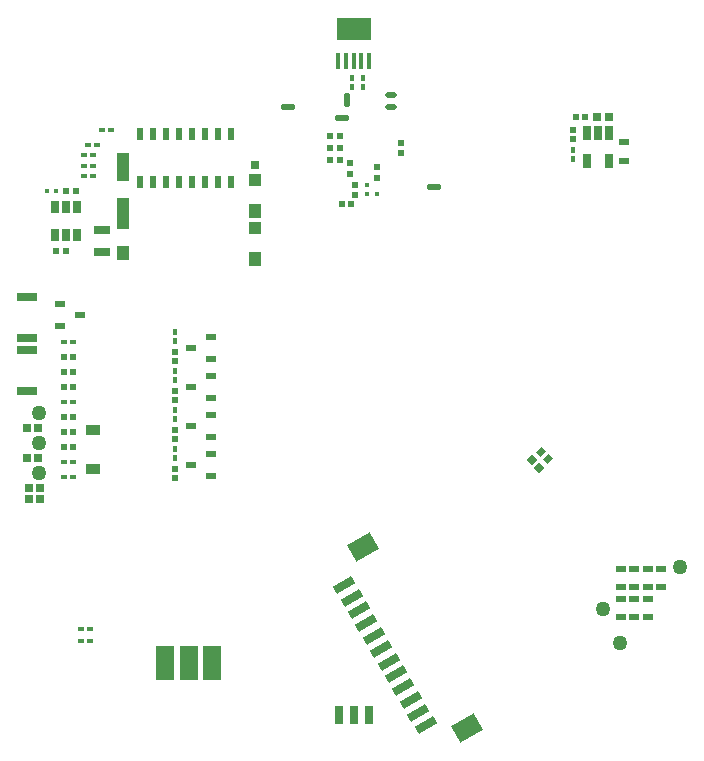
<source format=gbp>
G04 Layer_Color=16770453*
%FSAX24Y24*%
%MOIN*%
G70*
G01*
G75*
%ADD10O,0.0500X0.0200*%
%ADD11R,0.0295X0.0276*%
%ADD15C,0.0500*%
%ADD18R,0.0177X0.0197*%
%ADD23R,0.0236X0.0213*%
%ADD24R,0.0177X0.0177*%
%ADD25R,0.0177X0.0177*%
%ADD31R,0.0213X0.0236*%
%ADD36R,0.0360X0.0240*%
%ADD41R,0.0197X0.0177*%
%ADD44R,0.0197X0.0217*%
%ADD45R,0.0197X0.0197*%
G04:AMPARAMS|DCode=52|XSize=55.1mil|YSize=27.6mil|CornerRadius=2.8mil|HoleSize=0mil|Usage=FLASHONLY|Rotation=180.000|XOffset=0mil|YOffset=0mil|HoleType=Round|Shape=RoundedRectangle|*
%AMROUNDEDRECTD52*
21,1,0.0551,0.0220,0,0,180.0*
21,1,0.0496,0.0276,0,0,180.0*
1,1,0.0055,-0.0248,0.0110*
1,1,0.0055,0.0248,0.0110*
1,1,0.0055,0.0248,-0.0110*
1,1,0.0055,-0.0248,-0.0110*
%
%ADD52ROUNDEDRECTD52*%
%ADD64R,0.0217X0.0197*%
%ADD88R,0.0276X0.0256*%
%ADD113R,0.0276X0.0512*%
%ADD114O,0.0400X0.0200*%
%ADD115R,0.0157X0.0532*%
%ADD116R,0.1142X0.0748*%
%ADD117R,0.0413X0.0941*%
%ADD118R,0.0413X0.0472*%
%ADD119R,0.0413X0.0425*%
%ADD120R,0.0283X0.0307*%
%ADD121R,0.0197X0.0394*%
%ADD122R,0.0256X0.0433*%
%ADD123R,0.0354X0.0236*%
%ADD124R,0.0354X0.0236*%
%ADD125R,0.0669X0.0315*%
%ADD126R,0.0480X0.0358*%
G04:AMPARAMS|DCode=127|XSize=63mil|YSize=86.6mil|CornerRadius=0mil|HoleSize=0mil|Usage=FLASHONLY|Rotation=300.000|XOffset=0mil|YOffset=0mil|HoleType=Round|Shape=Rectangle|*
%AMROTATEDRECTD127*
4,1,4,-0.0533,0.0056,0.0218,0.0489,0.0533,-0.0056,-0.0218,-0.0489,-0.0533,0.0056,0.0*
%
%ADD127ROTATEDRECTD127*%

G04:AMPARAMS|DCode=128|XSize=27.6mil|YSize=70.9mil|CornerRadius=0mil|HoleSize=0mil|Usage=FLASHONLY|Rotation=300.000|XOffset=0mil|YOffset=0mil|HoleType=Round|Shape=Rectangle|*
%AMROTATEDRECTD128*
4,1,4,-0.0376,-0.0058,0.0238,0.0297,0.0376,0.0058,-0.0238,-0.0297,-0.0376,-0.0058,0.0*
%
%ADD128ROTATEDRECTD128*%

%ADD129R,0.0315X0.0630*%
%ADD130R,0.0630X0.1181*%
G04:AMPARAMS|DCode=131|XSize=23.6mil|YSize=21.3mil|CornerRadius=0mil|HoleSize=0mil|Usage=FLASHONLY|Rotation=45.000|XOffset=0mil|YOffset=0mil|HoleType=Round|Shape=Rectangle|*
%AMROTATEDRECTD131*
4,1,4,-0.0008,-0.0159,-0.0159,-0.0008,0.0008,0.0159,0.0159,0.0008,-0.0008,-0.0159,0.0*
%
%ADD131ROTATEDRECTD131*%

G04:AMPARAMS|DCode=132|XSize=25.2mil|YSize=26.8mil|CornerRadius=0mil|HoleSize=0mil|Usage=FLASHONLY|Rotation=45.000|XOffset=0mil|YOffset=0mil|HoleType=Round|Shape=Rectangle|*
%AMROTATEDRECTD132*
4,1,4,0.0006,-0.0184,-0.0184,0.0006,-0.0006,0.0184,0.0184,-0.0006,0.0006,-0.0184,0.0*
%
%ADD132ROTATEDRECTD132*%

%ADD133O,0.0200X0.0500*%
D10*
X032200Y036272D02*
D03*
X029137Y038562D02*
D03*
X027319Y038949D02*
D03*
D11*
X037650Y038612D02*
D03*
X038024D02*
D03*
D15*
X019028Y028728D02*
D03*
Y027728D02*
D03*
Y026728D02*
D03*
X037837Y022212D02*
D03*
X038387Y021062D02*
D03*
X040387Y023612D02*
D03*
D18*
X036837Y037214D02*
D03*
Y037509D02*
D03*
X029482Y039903D02*
D03*
Y039608D02*
D03*
X029832Y039900D02*
D03*
Y039605D02*
D03*
X023578Y030128D02*
D03*
Y029832D02*
D03*
Y031428D02*
D03*
Y031132D02*
D03*
Y027528D02*
D03*
Y027232D02*
D03*
Y028828D02*
D03*
Y028532D02*
D03*
D23*
Y029491D02*
D03*
Y029169D02*
D03*
Y030791D02*
D03*
Y030468D02*
D03*
Y026891D02*
D03*
Y026569D02*
D03*
Y028191D02*
D03*
Y027868D02*
D03*
X031108Y037733D02*
D03*
Y037410D02*
D03*
X029562Y036012D02*
D03*
Y036335D02*
D03*
D24*
X019615Y036138D02*
D03*
X019300D02*
D03*
X030285Y036038D02*
D03*
X029970D02*
D03*
D25*
X029976Y036036D02*
D03*
Y036351D02*
D03*
D31*
X037248Y038612D02*
D03*
X036926Y038612D02*
D03*
X020269Y036138D02*
D03*
X019946D02*
D03*
X029126Y035701D02*
D03*
X029448D02*
D03*
X019919Y034138D02*
D03*
X019596D02*
D03*
X028732Y037178D02*
D03*
X029055D02*
D03*
X028732Y037965D02*
D03*
X029055D02*
D03*
X028732Y037571D02*
D03*
X029055D02*
D03*
D36*
X038537Y037152D02*
D03*
Y037772D02*
D03*
X038878Y022558D02*
D03*
Y021938D02*
D03*
X039328Y022558D02*
D03*
Y021938D02*
D03*
X038428D02*
D03*
Y022558D02*
D03*
Y023548D02*
D03*
Y022928D02*
D03*
X038878Y023548D02*
D03*
Y022928D02*
D03*
X039328D02*
D03*
Y023548D02*
D03*
X039778Y022928D02*
D03*
Y023548D02*
D03*
D41*
X021130Y038178D02*
D03*
X021425D02*
D03*
X020530Y036628D02*
D03*
X020825D02*
D03*
X020530Y036978D02*
D03*
X020825D02*
D03*
X020530Y037328D02*
D03*
X020825D02*
D03*
X020680Y037678D02*
D03*
X020975D02*
D03*
X020173Y026605D02*
D03*
X019878D02*
D03*
Y027105D02*
D03*
X020173D02*
D03*
X019878Y029105D02*
D03*
X020173D02*
D03*
X020430Y021128D02*
D03*
X020725D02*
D03*
X020432Y021528D02*
D03*
X020728D02*
D03*
X020175Y031105D02*
D03*
X019880D02*
D03*
D44*
X036837Y038159D02*
D03*
Y037864D02*
D03*
D45*
X030309Y036935D02*
D03*
Y036580D02*
D03*
X029385Y037059D02*
D03*
Y036705D02*
D03*
D52*
X021119Y034852D02*
D03*
Y034104D02*
D03*
D64*
X020172Y027605D02*
D03*
X019877D02*
D03*
X020173Y028105D02*
D03*
X019878D02*
D03*
Y028605D02*
D03*
X020173D02*
D03*
X019878Y029605D02*
D03*
X020173D02*
D03*
X019880Y030605D02*
D03*
X020175D02*
D03*
X020173Y030105D02*
D03*
X019878D02*
D03*
D88*
X018637Y028237D02*
D03*
X019011D02*
D03*
X018637Y027237D02*
D03*
X019011D02*
D03*
X018687Y026237D02*
D03*
X019061D02*
D03*
X018687Y025887D02*
D03*
X019061D02*
D03*
D113*
X037292Y037135D02*
D03*
X038040D02*
D03*
Y038080D02*
D03*
X037666D02*
D03*
X037292D02*
D03*
D114*
X030763Y039343D02*
D03*
Y038949D02*
D03*
D115*
X030039Y040482D02*
D03*
X029783D02*
D03*
X029528D02*
D03*
X029272D02*
D03*
X029016D02*
D03*
D116*
X029528Y041536D02*
D03*
D117*
X021836Y035345D02*
D03*
Y036945D02*
D03*
D118*
X021836Y034091D02*
D03*
X026219Y033866D02*
D03*
X021836Y035691D02*
D03*
X026219Y035466D02*
D03*
D119*
Y034894D02*
D03*
Y036494D02*
D03*
D120*
Y035394D02*
D03*
Y036994D02*
D03*
D121*
X022397Y036449D02*
D03*
X022830Y036449D02*
D03*
X023263Y036449D02*
D03*
X023696D02*
D03*
X024129D02*
D03*
X024562Y036449D02*
D03*
X024995Y036449D02*
D03*
X025428Y036449D02*
D03*
X022397Y038049D02*
D03*
X022830D02*
D03*
X023263D02*
D03*
X023696D02*
D03*
X024129D02*
D03*
X024562D02*
D03*
X024995D02*
D03*
X025428D02*
D03*
D122*
X020306Y035608D02*
D03*
X019932D02*
D03*
X019558D02*
D03*
Y034664D02*
D03*
X019932D02*
D03*
X020306D02*
D03*
D123*
X020394Y032011D02*
D03*
X024108Y027002D02*
D03*
Y028304D02*
D03*
Y029602D02*
D03*
Y030902D02*
D03*
D124*
X019724Y032385D02*
D03*
Y031637D02*
D03*
X024778Y026628D02*
D03*
Y027376D02*
D03*
Y027930D02*
D03*
Y028678D02*
D03*
Y029228D02*
D03*
Y029976D02*
D03*
Y030528D02*
D03*
Y031276D02*
D03*
D125*
X018628Y032597D02*
D03*
Y031258D02*
D03*
Y030828D02*
D03*
Y029489D02*
D03*
D126*
X020828Y026884D02*
D03*
Y028171D02*
D03*
D127*
X029820Y024279D02*
D03*
X033309Y018235D02*
D03*
D128*
X030197Y021309D02*
D03*
X030443Y020882D02*
D03*
X029705Y022161D02*
D03*
X029951Y021735D02*
D03*
X029459Y022587D02*
D03*
X029213Y023013D02*
D03*
X030689Y020456D02*
D03*
X030935Y020030D02*
D03*
X031181Y019604D02*
D03*
X031428Y019178D02*
D03*
X031674Y018751D02*
D03*
X031920Y018325D02*
D03*
D129*
X029035Y018672D02*
D03*
X030020D02*
D03*
X029528D02*
D03*
D130*
X024815Y020403D02*
D03*
X024028D02*
D03*
X023240D02*
D03*
D131*
X035760Y027451D02*
D03*
X035989Y027223D02*
D03*
D132*
X035452Y027160D02*
D03*
X035697Y026915D02*
D03*
D133*
X029287Y039185D02*
D03*
M02*

</source>
